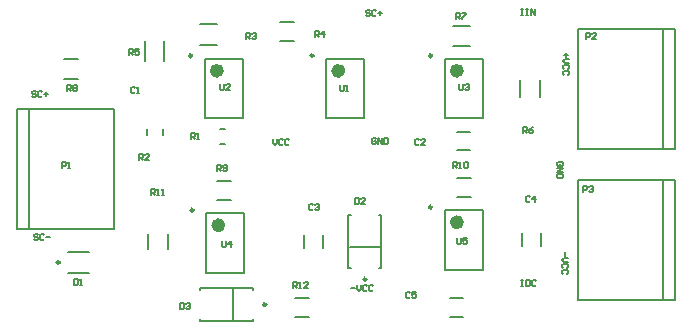
<source format=gto>
G04*
G04 #@! TF.GenerationSoftware,Altium Limited,Altium Designer,25.4.2 (15)*
G04*
G04 Layer_Color=65535*
%FSLAX44Y44*%
%MOMM*%
G71*
G04*
G04 #@! TF.SameCoordinates,11C6A8BD-48F9-44D4-97C0-98E840ED0286*
G04*
G04*
G04 #@! TF.FilePolarity,Positive*
G04*
G01*
G75*
%ADD10C,0.6000*%
%ADD11C,0.2500*%
%ADD12C,0.2000*%
%ADD13C,0.1270*%
%ADD14C,0.1524*%
D10*
X750110Y815100D02*
G03*
X750110Y815100I-3000J0D01*
G01*
X546910D02*
G03*
X546910Y815100I-3000J0D01*
G01*
X750110Y686830D02*
G03*
X750110Y686830I-3000J0D01*
G01*
X548180Y684290D02*
G03*
X548180Y684290I-3000J0D01*
G01*
X649780Y815100D02*
G03*
X649780Y815100I-3000J0D01*
G01*
D11*
X726110Y827900D02*
G03*
X726110Y827900I-1250J0D01*
G01*
X410840Y652780D02*
G03*
X410840Y652780I-1250J0D01*
G01*
X522910Y827900D02*
G03*
X522910Y827900I-1250J0D01*
G01*
X726110Y699630D02*
G03*
X726110Y699630I-1250J0D01*
G01*
X524180Y697090D02*
G03*
X524180Y697090I-1250J0D01*
G01*
X625780Y827900D02*
G03*
X625780Y827900I-1250J0D01*
G01*
X585700Y617220D02*
G03*
X585700Y617220I-1250J0D01*
G01*
X670540Y638560D02*
G03*
X670540Y638560I-1250J0D01*
G01*
D12*
X743850Y852800D02*
X758350D01*
X743850Y836300D02*
X758350D01*
X502280Y664581D02*
Y676539D01*
X485780Y664581D02*
Y676539D01*
X737110Y775100D02*
X769110D01*
X737110Y825100D02*
X769110D01*
Y775100D02*
Y825100D01*
X737110Y775100D02*
Y825100D01*
X418340Y644030D02*
X435340D01*
X418340Y661530D02*
X435340D01*
X414391Y824860D02*
X426349D01*
X414391Y808360D02*
X426349D01*
X533910Y775100D02*
X565910D01*
X533910Y825100D02*
X565910D01*
Y775100D02*
Y825100D01*
X533910Y775100D02*
Y825100D01*
X737110Y646830D02*
X769110D01*
X737110Y696830D02*
X769110D01*
Y646830D02*
Y696830D01*
X737110Y646830D02*
Y696830D01*
X535180Y644290D02*
Y694290D01*
X567180Y644290D02*
Y694290D01*
X535180D02*
X567180D01*
X535180Y644290D02*
X567180D01*
X636780Y775100D02*
Y825100D01*
X668780Y775100D02*
Y825100D01*
X636780D02*
X668780D01*
X636780Y775100D02*
X668780D01*
X609971Y606430D02*
X621929D01*
X609971Y622930D02*
X621929D01*
X747131Y724530D02*
X759089D01*
X747131Y708030D02*
X759089D01*
X543931Y721990D02*
X555889D01*
X543931Y705490D02*
X555889D01*
X800740Y792850D02*
Y807350D01*
X817240Y792850D02*
Y807350D01*
X483490Y823350D02*
Y840350D01*
X499563Y823403D02*
Y840403D01*
X597271Y856610D02*
X609229D01*
X597271Y840110D02*
X609229D01*
X529960Y837320D02*
X544460D01*
X529960Y854320D02*
X544460D01*
X498240Y761020D02*
Y765520D01*
X484740Y761020D02*
Y765520D01*
X546390Y766210D02*
X550890D01*
X546390Y752710D02*
X550890D01*
X529950Y603270D02*
X574950D01*
X529950Y629370D02*
Y631170D01*
Y603270D02*
Y605070D01*
Y631170D02*
X574950D01*
Y629370D02*
Y631170D01*
Y603270D02*
Y605070D01*
X557200Y604220D02*
Y630220D01*
X655340Y648060D02*
Y693060D01*
X681440D02*
X683240D01*
X655340D02*
X657140D01*
X683240Y648060D02*
Y693060D01*
X681440Y648060D02*
X683240D01*
X655340D02*
X657140D01*
X656290Y665810D02*
X682290D01*
X741260Y606680D02*
X752260D01*
X741260Y622680D02*
X752260D01*
X802260Y666330D02*
Y677330D01*
X818260Y666330D02*
Y677330D01*
X747610Y763650D02*
X758610D01*
X747610Y747650D02*
X758610D01*
X634110Y665060D02*
Y676060D01*
X618110Y665060D02*
Y676060D01*
D13*
X921884Y749235D02*
Y850835D01*
X849884Y749235D02*
X921884D01*
X931884D01*
Y850835D01*
X921884D02*
X931884D01*
X849884D02*
X921884D01*
X849884Y749235D02*
Y850835D01*
X921884Y620965D02*
Y722565D01*
X849884Y620965D02*
X921884D01*
X931884D01*
Y722565D01*
X921884D02*
X931884D01*
X849884D02*
X921884D01*
X849884Y620965D02*
Y722565D01*
X384946Y680785D02*
Y782385D01*
X456946D01*
X374946D02*
X384946D01*
X374946Y680785D02*
Y782385D01*
Y680785D02*
X384946D01*
X456946D01*
Y782385D01*
D14*
X746338Y858521D02*
Y863599D01*
X748877D01*
X749724Y862753D01*
Y861060D01*
X748877Y860214D01*
X746338D01*
X748031D02*
X749724Y858521D01*
X751416Y863599D02*
X754802D01*
Y862753D01*
X751416Y859367D01*
Y858521D01*
X488529Y709931D02*
Y715009D01*
X491068D01*
X491914Y714163D01*
Y712470D01*
X491068Y711624D01*
X488529D01*
X490221D02*
X491914Y709931D01*
X493607D02*
X495300D01*
X494453D01*
Y715009D01*
X493607Y714163D01*
X497839Y709931D02*
X499532D01*
X498685D01*
Y715009D01*
X497839Y714163D01*
X836336Y734230D02*
X837182Y735077D01*
Y736770D01*
X836336Y737616D01*
X832950D01*
X832104Y736770D01*
Y735077D01*
X832950Y734230D01*
X834643D01*
Y735923D01*
X832104Y732538D02*
X837182D01*
X832104Y729152D01*
X837182D01*
Y727459D02*
X832104D01*
Y724920D01*
X832950Y724074D01*
X836336D01*
X837182Y724920D01*
Y727459D01*
X839723Y830326D02*
Y826940D01*
X841416Y828633D02*
X838030D01*
X842262Y825248D02*
X838877D01*
X837184Y823555D01*
X838877Y821862D01*
X842262D01*
X841416Y816784D02*
X842262Y817630D01*
Y819323D01*
X841416Y820169D01*
X838030D01*
X837184Y819323D01*
Y817630D01*
X838030Y816784D01*
X841416Y811705D02*
X842262Y812552D01*
Y814245D01*
X841416Y815091D01*
X838030D01*
X837184Y814245D01*
Y812552D01*
X838030Y811705D01*
X838453Y661416D02*
Y658030D01*
X840992Y656338D02*
X837607D01*
X835914Y654645D01*
X837607Y652952D01*
X840992D01*
X840146Y647874D02*
X840992Y648720D01*
Y650413D01*
X840146Y651259D01*
X836760D01*
X835914Y650413D01*
Y648720D01*
X836760Y647874D01*
X840146Y642795D02*
X840992Y643642D01*
Y645334D01*
X840146Y646181D01*
X836760D01*
X835914Y645334D01*
Y643642D01*
X836760Y642795D01*
X390990Y796966D02*
X390143Y797812D01*
X388450D01*
X387604Y796966D01*
Y796120D01*
X388450Y795273D01*
X390143D01*
X390990Y794427D01*
Y793580D01*
X390143Y792734D01*
X388450D01*
X387604Y793580D01*
X396068Y796966D02*
X395221Y797812D01*
X393529D01*
X392682Y796966D01*
Y793580D01*
X393529Y792734D01*
X395221D01*
X396068Y793580D01*
X397761Y795273D02*
X401146D01*
X399454Y796966D02*
Y793580D01*
X392260Y676316D02*
X391413Y677162D01*
X389720D01*
X388874Y676316D01*
Y675470D01*
X389720Y674623D01*
X391413D01*
X392260Y673777D01*
Y672930D01*
X391413Y672084D01*
X389720D01*
X388874Y672930D01*
X397338Y676316D02*
X396492Y677162D01*
X394799D01*
X393952Y676316D01*
Y672930D01*
X394799Y672084D01*
X396492D01*
X397338Y672930D01*
X399031Y674623D02*
X402416D01*
X417408Y797561D02*
Y802639D01*
X419947D01*
X420794Y801793D01*
Y800100D01*
X419947Y799254D01*
X417408D01*
X419101D02*
X420794Y797561D01*
X422486Y801793D02*
X423333Y802639D01*
X425026D01*
X425872Y801793D01*
Y800946D01*
X425026Y800100D01*
X425872Y799254D01*
Y798407D01*
X425026Y797561D01*
X423333D01*
X422486Y798407D01*
Y799254D01*
X423333Y800100D01*
X422486Y800946D01*
Y801793D01*
X423333Y800100D02*
X425026D01*
X423334Y638809D02*
Y633731D01*
X425874D01*
X426720Y634577D01*
Y637963D01*
X425874Y638809D01*
X423334D01*
X428413Y633731D02*
X430106D01*
X429259D01*
Y638809D01*
X428413Y637963D01*
X546502Y803504D02*
Y799272D01*
X547349Y798425D01*
X549041D01*
X549888Y799272D01*
Y803504D01*
X554966Y798425D02*
X551580D01*
X554966Y801811D01*
Y802657D01*
X554120Y803504D01*
X552427D01*
X551580Y802657D01*
X591399Y756919D02*
Y753534D01*
X593092Y751841D01*
X594784Y753534D01*
Y756919D01*
X599863Y756073D02*
X599016Y756919D01*
X597324D01*
X596477Y756073D01*
Y752687D01*
X597324Y751841D01*
X599016D01*
X599863Y752687D01*
X604941Y756073D02*
X604095Y756919D01*
X602402D01*
X601556Y756073D01*
Y752687D01*
X602402Y751841D01*
X604095D01*
X604941Y752687D01*
X853632Y712406D02*
Y717484D01*
X856171D01*
X857017Y716638D01*
Y714945D01*
X856171Y714099D01*
X853632D01*
X858710Y716638D02*
X859557Y717484D01*
X861249D01*
X862096Y716638D01*
Y715791D01*
X861249Y714945D01*
X860403D01*
X861249D01*
X862096Y714099D01*
Y713252D01*
X861249Y712406D01*
X859557D01*
X858710Y713252D01*
X801372Y637539D02*
X803065D01*
X802218D01*
Y632461D01*
X801372D01*
X803065D01*
X805604Y637539D02*
Y632461D01*
X808143D01*
X808990Y633307D01*
Y636693D01*
X808143Y637539D01*
X805604D01*
X814068Y636693D02*
X813222Y637539D01*
X811529D01*
X810682Y636693D01*
Y633307D01*
X811529Y632461D01*
X813222D01*
X814068Y633307D01*
X801795Y867409D02*
X803488D01*
X802642D01*
Y862331D01*
X801795D01*
X803488D01*
X806027Y867409D02*
X807720D01*
X806874D01*
Y862331D01*
X806027D01*
X807720D01*
X810259D02*
Y867409D01*
X813645Y862331D01*
Y867409D01*
X678604Y757343D02*
X677758Y758189D01*
X676065D01*
X675219Y757343D01*
Y753957D01*
X676065Y753111D01*
X677758D01*
X678604Y753957D01*
Y755650D01*
X676912D01*
X680297Y753111D02*
Y758189D01*
X683683Y753111D01*
Y758189D01*
X685376D02*
Y753111D01*
X687915D01*
X688761Y753957D01*
Y757343D01*
X687915Y758189D01*
X685376D01*
X657440Y631190D02*
X660825D01*
X662518Y633729D02*
Y630344D01*
X664211Y628651D01*
X665904Y630344D01*
Y633729D01*
X670982Y632883D02*
X670136Y633729D01*
X668443D01*
X667596Y632883D01*
Y629497D01*
X668443Y628651D01*
X670136D01*
X670982Y629497D01*
X676060Y632883D02*
X675214Y633729D01*
X673521D01*
X672675Y632883D01*
Y629497D01*
X673521Y628651D01*
X675214D01*
X676060Y629497D01*
X673524Y865293D02*
X672678Y866139D01*
X670985D01*
X670139Y865293D01*
Y864446D01*
X670985Y863600D01*
X672678D01*
X673524Y862754D01*
Y861907D01*
X672678Y861061D01*
X670985D01*
X670139Y861907D01*
X678603Y865293D02*
X677756Y866139D01*
X676064D01*
X675217Y865293D01*
Y861907D01*
X676064Y861061D01*
X677756D01*
X678603Y861907D01*
X680296Y863600D02*
X683681D01*
X681988Y865293D02*
Y861907D01*
X856172Y841946D02*
Y847024D01*
X858711D01*
X859557Y846178D01*
Y844485D01*
X858711Y843639D01*
X856172D01*
X864636Y841946D02*
X861250D01*
X864636Y845331D01*
Y846178D01*
X863789Y847024D01*
X862096D01*
X861250Y846178D01*
X748878Y803909D02*
Y799677D01*
X749725Y798831D01*
X751417D01*
X752264Y799677D01*
Y803909D01*
X753956Y803063D02*
X754803Y803909D01*
X756496D01*
X757342Y803063D01*
Y802216D01*
X756496Y801370D01*
X755649D01*
X756496D01*
X757342Y800524D01*
Y799677D01*
X756496Y798831D01*
X754803D01*
X753956Y799677D01*
X747608Y673099D02*
Y668867D01*
X748455Y668021D01*
X750147D01*
X750994Y668867D01*
Y673099D01*
X756072D02*
X752686D01*
Y670560D01*
X754379Y671406D01*
X755226D01*
X756072Y670560D01*
Y668867D01*
X755226Y668021D01*
X753533D01*
X752686Y668867D01*
X548218Y670559D02*
Y666327D01*
X549064Y665481D01*
X550757D01*
X551604Y666327D01*
Y670559D01*
X555836Y665481D02*
Y670559D01*
X553296Y668020D01*
X556682D01*
X648124Y802639D02*
Y798407D01*
X648971Y797561D01*
X650664D01*
X651510Y798407D01*
Y802639D01*
X653203Y797561D02*
X654896D01*
X654049D01*
Y802639D01*
X653203Y801793D01*
X608332Y631191D02*
Y636269D01*
X610871D01*
X611718Y635423D01*
Y633730D01*
X610871Y632884D01*
X608332D01*
X610025D02*
X611718Y631191D01*
X613410D02*
X615103D01*
X614257D01*
Y636269D01*
X613410Y635423D01*
X621028Y631191D02*
X617642D01*
X621028Y634576D01*
Y635423D01*
X620182Y636269D01*
X618489D01*
X617642Y635423D01*
X744222Y732791D02*
Y737869D01*
X746761D01*
X747608Y737023D01*
Y735330D01*
X746761Y734484D01*
X744222D01*
X745915D02*
X747608Y732791D01*
X749300D02*
X750993D01*
X750147D01*
Y737869D01*
X749300Y737023D01*
X753532D02*
X754379Y737869D01*
X756072D01*
X756918Y737023D01*
Y733637D01*
X756072Y732791D01*
X754379D01*
X753532Y733637D01*
Y737023D01*
X543708Y730251D02*
Y735329D01*
X546247D01*
X547094Y734483D01*
Y732790D01*
X546247Y731944D01*
X543708D01*
X545401D02*
X547094Y730251D01*
X548786Y731097D02*
X549633Y730251D01*
X551325D01*
X552172Y731097D01*
Y734483D01*
X551325Y735329D01*
X549633D01*
X548786Y734483D01*
Y733636D01*
X549633Y732790D01*
X552172D01*
X803488Y762001D02*
Y767079D01*
X806027D01*
X806874Y766233D01*
Y764540D01*
X806027Y763694D01*
X803488D01*
X805181D02*
X806874Y762001D01*
X811952Y767079D02*
X810259Y766233D01*
X808566Y764540D01*
Y762847D01*
X809413Y762001D01*
X811106D01*
X811952Y762847D01*
Y763694D01*
X811106Y764540D01*
X808566D01*
X469478Y828041D02*
Y833119D01*
X472017D01*
X472864Y832273D01*
Y830580D01*
X472017Y829734D01*
X469478D01*
X471171D02*
X472864Y828041D01*
X477942Y833119D02*
X474556D01*
Y830580D01*
X476249Y831426D01*
X477096D01*
X477942Y830580D01*
Y828887D01*
X477096Y828041D01*
X475403D01*
X474556Y828887D01*
X626958Y843281D02*
Y848359D01*
X629497D01*
X630344Y847513D01*
Y845820D01*
X629497Y844974D01*
X626958D01*
X628651D02*
X630344Y843281D01*
X634576D02*
Y848359D01*
X632036Y845820D01*
X635422D01*
X568538Y842011D02*
Y847089D01*
X571077D01*
X571924Y846243D01*
Y844550D01*
X571077Y843704D01*
X568538D01*
X570231D02*
X571924Y842011D01*
X573616Y846243D02*
X574463Y847089D01*
X576156D01*
X577002Y846243D01*
Y845396D01*
X576156Y844550D01*
X575309D01*
X576156D01*
X577002Y843704D01*
Y842857D01*
X576156Y842011D01*
X574463D01*
X573616Y842857D01*
X478368Y739141D02*
Y744219D01*
X480907D01*
X481754Y743373D01*
Y741680D01*
X480907Y740834D01*
X478368D01*
X480061D02*
X481754Y739141D01*
X486832D02*
X483446D01*
X486832Y742526D01*
Y743373D01*
X485986Y744219D01*
X484293D01*
X483446Y743373D01*
X522054Y756921D02*
Y761999D01*
X524594D01*
X525440Y761153D01*
Y759460D01*
X524594Y758614D01*
X522054D01*
X523747D02*
X525440Y756921D01*
X527133D02*
X528826D01*
X527979D01*
Y761999D01*
X527133Y761153D01*
X413174Y732791D02*
Y737869D01*
X415714D01*
X416560Y737023D01*
Y735330D01*
X415714Y734484D01*
X413174D01*
X418253Y732791D02*
X419946D01*
X419099D01*
Y737869D01*
X418253Y737023D01*
X512658Y618489D02*
Y613411D01*
X515197D01*
X516044Y614257D01*
Y617643D01*
X515197Y618489D01*
X512658D01*
X517736Y617643D02*
X518583Y618489D01*
X520276D01*
X521122Y617643D01*
Y616796D01*
X520276Y615950D01*
X519429D01*
X520276D01*
X521122Y615104D01*
Y614257D01*
X520276Y613411D01*
X518583D01*
X517736Y614257D01*
X661248Y707509D02*
Y702431D01*
X663787D01*
X664634Y703277D01*
Y706663D01*
X663787Y707509D01*
X661248D01*
X669712Y702431D02*
X666326D01*
X669712Y705816D01*
Y706663D01*
X668866Y707509D01*
X667173D01*
X666326Y706663D01*
X707814Y626533D02*
X706967Y627379D01*
X705275D01*
X704428Y626533D01*
Y623147D01*
X705275Y622301D01*
X706967D01*
X707814Y623147D01*
X712892Y627379D02*
X709506D01*
Y624840D01*
X711199Y625686D01*
X712046D01*
X712892Y624840D01*
Y623147D01*
X712046Y622301D01*
X710353D01*
X709506Y623147D01*
X809414Y707813D02*
X808567Y708659D01*
X806874D01*
X806028Y707813D01*
Y704427D01*
X806874Y703581D01*
X808567D01*
X809414Y704427D01*
X813646Y703581D02*
Y708659D01*
X811106Y706120D01*
X814492D01*
X625264Y701463D02*
X624417Y702309D01*
X622724D01*
X621878Y701463D01*
Y698077D01*
X622724Y697231D01*
X624417D01*
X625264Y698077D01*
X626956Y701463D02*
X627803Y702309D01*
X629496D01*
X630342Y701463D01*
Y700616D01*
X629496Y699770D01*
X628649D01*
X629496D01*
X630342Y698924D01*
Y698077D01*
X629496Y697231D01*
X627803D01*
X626956Y698077D01*
X715434Y756073D02*
X714587Y756919D01*
X712895D01*
X712048Y756073D01*
Y752687D01*
X712895Y751841D01*
X714587D01*
X715434Y752687D01*
X720512Y751841D02*
X717126D01*
X720512Y755226D01*
Y756073D01*
X719666Y756919D01*
X717973D01*
X717126Y756073D01*
X474980Y800523D02*
X474134Y801369D01*
X472441D01*
X471594Y800523D01*
Y797137D01*
X472441Y796291D01*
X474134D01*
X474980Y797137D01*
X476673Y796291D02*
X478366D01*
X477519D01*
Y801369D01*
X476673Y800523D01*
M02*

</source>
